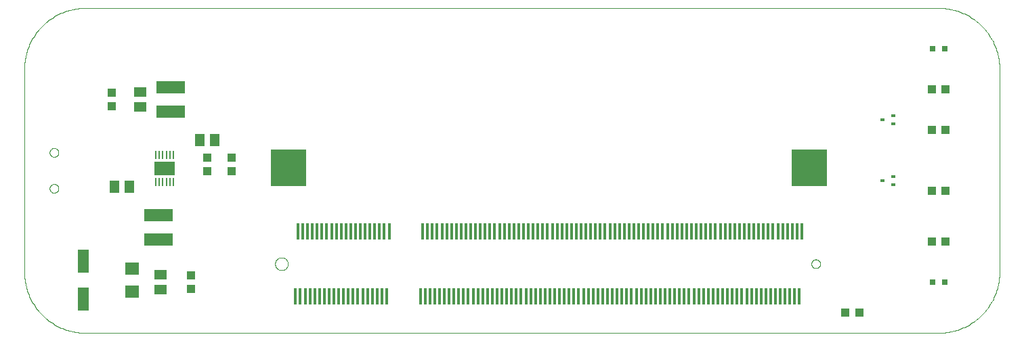
<source format=gtp>
G04 EAGLE Gerber RS-274X export*
G75*
%MOMM*%
%FSLAX34Y34*%
%LPD*%
%INTop solder paste for stencil*%
%IPPOS*%
%AMOC8*
5,1,8,0,0,1.08239X$1,22.5*%
G01*
%ADD10C,0.000000*%
%ADD11R,1.000000X1.100000*%
%ADD12R,1.300000X1.500000*%
%ADD13R,1.500000X1.300000*%
%ADD14R,1.800000X1.600000*%
%ADD15R,1.400000X3.000000*%
%ADD16R,3.600000X1.500000*%
%ADD17R,0.800000X0.800000*%
%ADD18R,0.350000X2.000000*%
%ADD19R,4.500000X4.600000*%
%ADD20R,0.510000X0.400000*%
%ADD21R,1.100000X1.000000*%
%ADD22R,2.500000X1.700000*%
%ADD23R,0.250000X1.000000*%


D10*
X76200Y0D02*
X1143000Y0D01*
X1219000Y76200D02*
X1219000Y330200D01*
X1143000Y406400D02*
X76200Y406400D01*
X0Y330200D02*
X0Y76200D01*
X22Y74359D01*
X89Y72519D01*
X200Y70680D01*
X356Y68846D01*
X556Y67015D01*
X800Y65190D01*
X1088Y63371D01*
X1420Y61560D01*
X1795Y59757D01*
X2214Y57964D01*
X2676Y56182D01*
X3182Y54411D01*
X3729Y52653D01*
X4320Y50909D01*
X4952Y49179D01*
X5625Y47465D01*
X6340Y45768D01*
X7096Y44089D01*
X7892Y42429D01*
X8728Y40788D01*
X9604Y39168D01*
X10518Y37570D01*
X11471Y35994D01*
X12461Y34441D01*
X13489Y32913D01*
X14553Y31411D01*
X15653Y29934D01*
X16789Y28485D01*
X17959Y27063D01*
X19163Y25670D01*
X20401Y24307D01*
X21671Y22973D01*
X22973Y21671D01*
X24307Y20401D01*
X25670Y19163D01*
X27063Y17959D01*
X28485Y16789D01*
X29934Y15653D01*
X31411Y14553D01*
X32913Y13489D01*
X34441Y12461D01*
X35994Y11471D01*
X37570Y10518D01*
X39168Y9604D01*
X40788Y8728D01*
X42429Y7892D01*
X44089Y7096D01*
X45768Y6340D01*
X47465Y5625D01*
X49179Y4952D01*
X50909Y4320D01*
X52653Y3729D01*
X54411Y3182D01*
X56182Y2676D01*
X57964Y2214D01*
X59757Y1795D01*
X61560Y1420D01*
X63371Y1088D01*
X65190Y800D01*
X67015Y556D01*
X68846Y356D01*
X70680Y200D01*
X72519Y89D01*
X74359Y22D01*
X76200Y0D01*
X0Y330200D02*
X22Y332041D01*
X89Y333881D01*
X200Y335720D01*
X356Y337554D01*
X556Y339385D01*
X800Y341210D01*
X1088Y343029D01*
X1420Y344840D01*
X1795Y346643D01*
X2214Y348436D01*
X2676Y350218D01*
X3182Y351989D01*
X3729Y353747D01*
X4320Y355491D01*
X4952Y357221D01*
X5625Y358935D01*
X6340Y360632D01*
X7096Y362311D01*
X7892Y363971D01*
X8728Y365612D01*
X9604Y367232D01*
X10518Y368830D01*
X11471Y370406D01*
X12461Y371959D01*
X13489Y373487D01*
X14553Y374989D01*
X15653Y376466D01*
X16789Y377915D01*
X17959Y379337D01*
X19163Y380730D01*
X20401Y382093D01*
X21671Y383427D01*
X22973Y384729D01*
X24307Y385999D01*
X25670Y387237D01*
X27063Y388441D01*
X28485Y389611D01*
X29934Y390747D01*
X31411Y391847D01*
X32913Y392911D01*
X34441Y393939D01*
X35994Y394929D01*
X37570Y395882D01*
X39168Y396796D01*
X40788Y397672D01*
X42429Y398508D01*
X44089Y399304D01*
X45768Y400060D01*
X47465Y400775D01*
X49179Y401448D01*
X50909Y402080D01*
X52653Y402671D01*
X54411Y403218D01*
X56182Y403724D01*
X57964Y404186D01*
X59757Y404605D01*
X61560Y404980D01*
X63371Y405312D01*
X65190Y405600D01*
X67015Y405844D01*
X68846Y406044D01*
X70680Y406200D01*
X72519Y406311D01*
X74359Y406378D01*
X76200Y406400D01*
X1143000Y406400D02*
X1144839Y406375D01*
X1146677Y406306D01*
X1148512Y406193D01*
X1150344Y406035D01*
X1152172Y405833D01*
X1153995Y405587D01*
X1155811Y405297D01*
X1157619Y404963D01*
X1159419Y404586D01*
X1161209Y404165D01*
X1162989Y403701D01*
X1164756Y403194D01*
X1166511Y402644D01*
X1168252Y402053D01*
X1169979Y401419D01*
X1171690Y400744D01*
X1173383Y400028D01*
X1175059Y399271D01*
X1176716Y398474D01*
X1178354Y397637D01*
X1179971Y396760D01*
X1181566Y395845D01*
X1183138Y394892D01*
X1184687Y393901D01*
X1186212Y392872D01*
X1187711Y391807D01*
X1189184Y390707D01*
X1190631Y389571D01*
X1192049Y388400D01*
X1193438Y387195D01*
X1194798Y385957D01*
X1196128Y384687D01*
X1197427Y383385D01*
X1198694Y382052D01*
X1199928Y380689D01*
X1201129Y379296D01*
X1202296Y377875D01*
X1203428Y376426D01*
X1204525Y374950D01*
X1205586Y373447D01*
X1206610Y371920D01*
X1207597Y370368D01*
X1208547Y368793D01*
X1209458Y367196D01*
X1210330Y365577D01*
X1211162Y363937D01*
X1211955Y362278D01*
X1212708Y360600D01*
X1213420Y358904D01*
X1214090Y357192D01*
X1214719Y355464D01*
X1215306Y353721D01*
X1215851Y351965D01*
X1216353Y350196D01*
X1216813Y348415D01*
X1217229Y346624D01*
X1217601Y344823D01*
X1217931Y343013D01*
X1218216Y341197D01*
X1218457Y339374D01*
X1218654Y337545D01*
X1218807Y335713D01*
X1218916Y333877D01*
X1218980Y332039D01*
X1219000Y330200D01*
X1219000Y76200D02*
X1218980Y74361D01*
X1218916Y72523D01*
X1218807Y70687D01*
X1218654Y68855D01*
X1218457Y67026D01*
X1218216Y65203D01*
X1217931Y63387D01*
X1217601Y61577D01*
X1217229Y59776D01*
X1216813Y57985D01*
X1216353Y56204D01*
X1215851Y54435D01*
X1215306Y52679D01*
X1214719Y50936D01*
X1214090Y49208D01*
X1213420Y47496D01*
X1212708Y45800D01*
X1211955Y44122D01*
X1211162Y42463D01*
X1210330Y40823D01*
X1209458Y39204D01*
X1208547Y37607D01*
X1207597Y36032D01*
X1206610Y34480D01*
X1205586Y32953D01*
X1204525Y31450D01*
X1203428Y29974D01*
X1202296Y28525D01*
X1201129Y27104D01*
X1199928Y25711D01*
X1198694Y24348D01*
X1197427Y23015D01*
X1196128Y21713D01*
X1194798Y20443D01*
X1193438Y19205D01*
X1192049Y18000D01*
X1190631Y16829D01*
X1189184Y15693D01*
X1187711Y14593D01*
X1186212Y13528D01*
X1184687Y12499D01*
X1183138Y11508D01*
X1181566Y10555D01*
X1179971Y9640D01*
X1178354Y8763D01*
X1176716Y7926D01*
X1175059Y7129D01*
X1173383Y6372D01*
X1171690Y5656D01*
X1169979Y4981D01*
X1168252Y4347D01*
X1166511Y3756D01*
X1164756Y3206D01*
X1162989Y2699D01*
X1161209Y2235D01*
X1159419Y1814D01*
X1157619Y1437D01*
X1155811Y1103D01*
X1153995Y813D01*
X1152172Y567D01*
X1150344Y365D01*
X1148512Y207D01*
X1146677Y94D01*
X1144839Y25D01*
X1143000Y0D01*
D11*
X259080Y202320D03*
X259080Y219320D03*
D12*
X219100Y241300D03*
X238100Y241300D03*
X131420Y182880D03*
X112420Y182880D03*
D13*
X170180Y54000D03*
X170180Y73000D03*
X144780Y282600D03*
X144780Y301600D03*
D14*
X134620Y52040D03*
X134620Y80040D03*
D15*
X73660Y42040D03*
X73660Y90040D03*
D10*
X31600Y225700D02*
X31602Y225848D01*
X31608Y225996D01*
X31618Y226144D01*
X31632Y226292D01*
X31650Y226439D01*
X31672Y226586D01*
X31698Y226732D01*
X31727Y226877D01*
X31761Y227022D01*
X31799Y227165D01*
X31840Y227308D01*
X31885Y227449D01*
X31935Y227589D01*
X31987Y227727D01*
X32044Y227865D01*
X32104Y228000D01*
X32168Y228134D01*
X32235Y228266D01*
X32306Y228396D01*
X32381Y228525D01*
X32459Y228651D01*
X32540Y228775D01*
X32624Y228897D01*
X32712Y229016D01*
X32803Y229133D01*
X32897Y229248D01*
X32995Y229360D01*
X33095Y229469D01*
X33198Y229576D01*
X33304Y229680D01*
X33412Y229781D01*
X33524Y229879D01*
X33638Y229974D01*
X33754Y230065D01*
X33873Y230154D01*
X33994Y230239D01*
X34118Y230321D01*
X34244Y230400D01*
X34371Y230475D01*
X34501Y230547D01*
X34633Y230616D01*
X34766Y230680D01*
X34901Y230741D01*
X35038Y230799D01*
X35176Y230853D01*
X35316Y230903D01*
X35457Y230949D01*
X35599Y230991D01*
X35742Y231030D01*
X35886Y231064D01*
X36032Y231095D01*
X36177Y231122D01*
X36324Y231145D01*
X36471Y231164D01*
X36619Y231179D01*
X36766Y231190D01*
X36915Y231197D01*
X37063Y231200D01*
X37211Y231199D01*
X37359Y231194D01*
X37507Y231185D01*
X37655Y231172D01*
X37803Y231155D01*
X37949Y231134D01*
X38096Y231109D01*
X38241Y231080D01*
X38386Y231048D01*
X38529Y231011D01*
X38672Y230971D01*
X38814Y230926D01*
X38954Y230878D01*
X39093Y230826D01*
X39230Y230771D01*
X39366Y230711D01*
X39501Y230648D01*
X39633Y230582D01*
X39764Y230512D01*
X39893Y230438D01*
X40019Y230361D01*
X40144Y230281D01*
X40266Y230197D01*
X40387Y230110D01*
X40504Y230020D01*
X40620Y229926D01*
X40732Y229830D01*
X40842Y229731D01*
X40950Y229628D01*
X41054Y229523D01*
X41156Y229415D01*
X41254Y229304D01*
X41350Y229191D01*
X41443Y229075D01*
X41532Y228957D01*
X41618Y228836D01*
X41701Y228713D01*
X41781Y228588D01*
X41857Y228461D01*
X41930Y228331D01*
X41999Y228200D01*
X42064Y228067D01*
X42127Y227933D01*
X42185Y227796D01*
X42240Y227658D01*
X42290Y227519D01*
X42338Y227378D01*
X42381Y227237D01*
X42421Y227094D01*
X42456Y226950D01*
X42488Y226805D01*
X42516Y226659D01*
X42540Y226513D01*
X42560Y226366D01*
X42576Y226218D01*
X42588Y226071D01*
X42596Y225922D01*
X42600Y225774D01*
X42600Y225626D01*
X42596Y225478D01*
X42588Y225329D01*
X42576Y225182D01*
X42560Y225034D01*
X42540Y224887D01*
X42516Y224741D01*
X42488Y224595D01*
X42456Y224450D01*
X42421Y224306D01*
X42381Y224163D01*
X42338Y224022D01*
X42290Y223881D01*
X42240Y223742D01*
X42185Y223604D01*
X42127Y223467D01*
X42064Y223333D01*
X41999Y223200D01*
X41930Y223069D01*
X41857Y222939D01*
X41781Y222812D01*
X41701Y222687D01*
X41618Y222564D01*
X41532Y222443D01*
X41443Y222325D01*
X41350Y222209D01*
X41254Y222096D01*
X41156Y221985D01*
X41054Y221877D01*
X40950Y221772D01*
X40842Y221669D01*
X40732Y221570D01*
X40620Y221474D01*
X40504Y221380D01*
X40387Y221290D01*
X40266Y221203D01*
X40144Y221119D01*
X40019Y221039D01*
X39893Y220962D01*
X39764Y220888D01*
X39633Y220818D01*
X39501Y220752D01*
X39366Y220689D01*
X39230Y220629D01*
X39093Y220574D01*
X38954Y220522D01*
X38814Y220474D01*
X38672Y220429D01*
X38529Y220389D01*
X38386Y220352D01*
X38241Y220320D01*
X38096Y220291D01*
X37949Y220266D01*
X37803Y220245D01*
X37655Y220228D01*
X37507Y220215D01*
X37359Y220206D01*
X37211Y220201D01*
X37063Y220200D01*
X36915Y220203D01*
X36766Y220210D01*
X36619Y220221D01*
X36471Y220236D01*
X36324Y220255D01*
X36177Y220278D01*
X36032Y220305D01*
X35886Y220336D01*
X35742Y220370D01*
X35599Y220409D01*
X35457Y220451D01*
X35316Y220497D01*
X35176Y220547D01*
X35038Y220601D01*
X34901Y220659D01*
X34766Y220720D01*
X34633Y220784D01*
X34501Y220853D01*
X34371Y220925D01*
X34244Y221000D01*
X34118Y221079D01*
X33994Y221161D01*
X33873Y221246D01*
X33754Y221335D01*
X33638Y221426D01*
X33524Y221521D01*
X33412Y221619D01*
X33304Y221720D01*
X33198Y221824D01*
X33095Y221931D01*
X32995Y222040D01*
X32897Y222152D01*
X32803Y222267D01*
X32712Y222384D01*
X32624Y222503D01*
X32540Y222625D01*
X32459Y222749D01*
X32381Y222875D01*
X32306Y223004D01*
X32235Y223134D01*
X32168Y223266D01*
X32104Y223400D01*
X32044Y223535D01*
X31987Y223673D01*
X31935Y223811D01*
X31885Y223951D01*
X31840Y224092D01*
X31799Y224235D01*
X31761Y224378D01*
X31727Y224523D01*
X31698Y224668D01*
X31672Y224814D01*
X31650Y224961D01*
X31632Y225108D01*
X31618Y225256D01*
X31608Y225404D01*
X31602Y225552D01*
X31600Y225700D01*
X31600Y180700D02*
X31602Y180848D01*
X31608Y180996D01*
X31618Y181144D01*
X31632Y181292D01*
X31650Y181439D01*
X31672Y181586D01*
X31698Y181732D01*
X31727Y181877D01*
X31761Y182022D01*
X31799Y182165D01*
X31840Y182308D01*
X31885Y182449D01*
X31935Y182589D01*
X31987Y182727D01*
X32044Y182865D01*
X32104Y183000D01*
X32168Y183134D01*
X32235Y183266D01*
X32306Y183396D01*
X32381Y183525D01*
X32459Y183651D01*
X32540Y183775D01*
X32624Y183897D01*
X32712Y184016D01*
X32803Y184133D01*
X32897Y184248D01*
X32995Y184360D01*
X33095Y184469D01*
X33198Y184576D01*
X33304Y184680D01*
X33412Y184781D01*
X33524Y184879D01*
X33638Y184974D01*
X33754Y185065D01*
X33873Y185154D01*
X33994Y185239D01*
X34118Y185321D01*
X34244Y185400D01*
X34371Y185475D01*
X34501Y185547D01*
X34633Y185616D01*
X34766Y185680D01*
X34901Y185741D01*
X35038Y185799D01*
X35176Y185853D01*
X35316Y185903D01*
X35457Y185949D01*
X35599Y185991D01*
X35742Y186030D01*
X35886Y186064D01*
X36032Y186095D01*
X36177Y186122D01*
X36324Y186145D01*
X36471Y186164D01*
X36619Y186179D01*
X36766Y186190D01*
X36915Y186197D01*
X37063Y186200D01*
X37211Y186199D01*
X37359Y186194D01*
X37507Y186185D01*
X37655Y186172D01*
X37803Y186155D01*
X37949Y186134D01*
X38096Y186109D01*
X38241Y186080D01*
X38386Y186048D01*
X38529Y186011D01*
X38672Y185971D01*
X38814Y185926D01*
X38954Y185878D01*
X39093Y185826D01*
X39230Y185771D01*
X39366Y185711D01*
X39501Y185648D01*
X39633Y185582D01*
X39764Y185512D01*
X39893Y185438D01*
X40019Y185361D01*
X40144Y185281D01*
X40266Y185197D01*
X40387Y185110D01*
X40504Y185020D01*
X40620Y184926D01*
X40732Y184830D01*
X40842Y184731D01*
X40950Y184628D01*
X41054Y184523D01*
X41156Y184415D01*
X41254Y184304D01*
X41350Y184191D01*
X41443Y184075D01*
X41532Y183957D01*
X41618Y183836D01*
X41701Y183713D01*
X41781Y183588D01*
X41857Y183461D01*
X41930Y183331D01*
X41999Y183200D01*
X42064Y183067D01*
X42127Y182933D01*
X42185Y182796D01*
X42240Y182658D01*
X42290Y182519D01*
X42338Y182378D01*
X42381Y182237D01*
X42421Y182094D01*
X42456Y181950D01*
X42488Y181805D01*
X42516Y181659D01*
X42540Y181513D01*
X42560Y181366D01*
X42576Y181218D01*
X42588Y181071D01*
X42596Y180922D01*
X42600Y180774D01*
X42600Y180626D01*
X42596Y180478D01*
X42588Y180329D01*
X42576Y180182D01*
X42560Y180034D01*
X42540Y179887D01*
X42516Y179741D01*
X42488Y179595D01*
X42456Y179450D01*
X42421Y179306D01*
X42381Y179163D01*
X42338Y179022D01*
X42290Y178881D01*
X42240Y178742D01*
X42185Y178604D01*
X42127Y178467D01*
X42064Y178333D01*
X41999Y178200D01*
X41930Y178069D01*
X41857Y177939D01*
X41781Y177812D01*
X41701Y177687D01*
X41618Y177564D01*
X41532Y177443D01*
X41443Y177325D01*
X41350Y177209D01*
X41254Y177096D01*
X41156Y176985D01*
X41054Y176877D01*
X40950Y176772D01*
X40842Y176669D01*
X40732Y176570D01*
X40620Y176474D01*
X40504Y176380D01*
X40387Y176290D01*
X40266Y176203D01*
X40144Y176119D01*
X40019Y176039D01*
X39893Y175962D01*
X39764Y175888D01*
X39633Y175818D01*
X39501Y175752D01*
X39366Y175689D01*
X39230Y175629D01*
X39093Y175574D01*
X38954Y175522D01*
X38814Y175474D01*
X38672Y175429D01*
X38529Y175389D01*
X38386Y175352D01*
X38241Y175320D01*
X38096Y175291D01*
X37949Y175266D01*
X37803Y175245D01*
X37655Y175228D01*
X37507Y175215D01*
X37359Y175206D01*
X37211Y175201D01*
X37063Y175200D01*
X36915Y175203D01*
X36766Y175210D01*
X36619Y175221D01*
X36471Y175236D01*
X36324Y175255D01*
X36177Y175278D01*
X36032Y175305D01*
X35886Y175336D01*
X35742Y175370D01*
X35599Y175409D01*
X35457Y175451D01*
X35316Y175497D01*
X35176Y175547D01*
X35038Y175601D01*
X34901Y175659D01*
X34766Y175720D01*
X34633Y175784D01*
X34501Y175853D01*
X34371Y175925D01*
X34244Y176000D01*
X34118Y176079D01*
X33994Y176161D01*
X33873Y176246D01*
X33754Y176335D01*
X33638Y176426D01*
X33524Y176521D01*
X33412Y176619D01*
X33304Y176720D01*
X33198Y176824D01*
X33095Y176931D01*
X32995Y177040D01*
X32897Y177152D01*
X32803Y177267D01*
X32712Y177384D01*
X32624Y177503D01*
X32540Y177625D01*
X32459Y177749D01*
X32381Y177875D01*
X32306Y178004D01*
X32235Y178134D01*
X32168Y178266D01*
X32104Y178400D01*
X32044Y178535D01*
X31987Y178673D01*
X31935Y178811D01*
X31885Y178951D01*
X31840Y179092D01*
X31799Y179235D01*
X31761Y179378D01*
X31727Y179523D01*
X31698Y179668D01*
X31672Y179814D01*
X31650Y179961D01*
X31632Y180108D01*
X31618Y180256D01*
X31608Y180404D01*
X31602Y180552D01*
X31600Y180700D01*
D16*
X182880Y276850D03*
X182880Y307350D03*
X167640Y147330D03*
X167640Y116830D03*
D17*
X1150500Y355600D03*
X1135500Y355600D03*
X1150500Y63500D03*
X1135500Y63500D03*
D18*
X338980Y45360D03*
X341980Y127360D03*
X344980Y45360D03*
X347980Y127360D03*
X350980Y45360D03*
X353980Y127360D03*
X356980Y45360D03*
X359980Y127360D03*
X362980Y45360D03*
X365980Y127360D03*
X368980Y45360D03*
X371980Y127360D03*
X374980Y45360D03*
X377980Y127360D03*
X380980Y45360D03*
X383980Y127360D03*
X386980Y45360D03*
X389980Y127360D03*
X392980Y45360D03*
X395980Y127360D03*
X398980Y45360D03*
X401980Y127360D03*
X404980Y45360D03*
X407980Y127360D03*
X410980Y45360D03*
X413980Y127360D03*
X416980Y45360D03*
X419980Y127360D03*
X422980Y45360D03*
X425980Y127360D03*
X428980Y45360D03*
X431980Y127360D03*
X434980Y45360D03*
X437980Y127360D03*
X440980Y45360D03*
X443980Y127360D03*
X446980Y45360D03*
X449980Y127360D03*
X452980Y45360D03*
X455980Y127360D03*
X494980Y45360D03*
X497980Y127360D03*
X500980Y45360D03*
X503980Y127360D03*
X506980Y45360D03*
X509980Y127360D03*
X512980Y45360D03*
X515980Y127360D03*
X518980Y45360D03*
X521980Y127360D03*
X524980Y45360D03*
X527980Y127360D03*
X530980Y45360D03*
X533980Y127360D03*
X536980Y45360D03*
X539980Y127360D03*
X542980Y45360D03*
X545980Y127360D03*
X548980Y45360D03*
X551980Y127360D03*
X554980Y45360D03*
X557980Y127360D03*
X560980Y45360D03*
X563980Y127360D03*
X566980Y45360D03*
X569980Y127360D03*
X572980Y45360D03*
X575980Y127360D03*
X578980Y45360D03*
X581980Y127360D03*
X584980Y45360D03*
X587980Y127360D03*
X590980Y45360D03*
X593980Y127360D03*
X596980Y45360D03*
X599980Y127360D03*
X602980Y45360D03*
X605980Y127360D03*
X608980Y45360D03*
X611980Y127360D03*
X614980Y45360D03*
X617980Y127360D03*
X620980Y45360D03*
X623980Y127360D03*
X626980Y45360D03*
X629980Y127360D03*
X632980Y45360D03*
X635980Y127360D03*
X638980Y45360D03*
X641980Y127360D03*
X644980Y45360D03*
X647980Y127360D03*
X650980Y45360D03*
X653980Y127360D03*
X656980Y45360D03*
X659980Y127360D03*
X662980Y45360D03*
X665980Y127360D03*
X668980Y45360D03*
X671980Y127360D03*
X674980Y45360D03*
X677980Y127360D03*
X680980Y45360D03*
X683980Y127360D03*
X686980Y45360D03*
X689980Y127360D03*
X692980Y45360D03*
X695980Y127360D03*
X698980Y45360D03*
X701980Y127360D03*
X704980Y45360D03*
X707980Y127360D03*
X710980Y45360D03*
X713980Y127360D03*
X716980Y45360D03*
X719980Y127360D03*
X722980Y45360D03*
X725980Y127360D03*
X728980Y45360D03*
X731980Y127360D03*
X734980Y45360D03*
X737980Y127360D03*
X740980Y45360D03*
X743980Y127360D03*
X746980Y45360D03*
X749980Y127360D03*
X752980Y45360D03*
X755980Y127360D03*
X758980Y45360D03*
X761980Y127360D03*
X764980Y45360D03*
X767980Y127360D03*
X770980Y45360D03*
X773980Y127360D03*
X776980Y45360D03*
X779980Y127360D03*
X782980Y45360D03*
X785980Y127360D03*
X788980Y45360D03*
X791980Y127360D03*
X794980Y45360D03*
X797980Y127360D03*
X800980Y45360D03*
X803980Y127360D03*
X806980Y45360D03*
X809980Y127360D03*
X812980Y45360D03*
X815980Y127360D03*
X818980Y45360D03*
X821980Y127360D03*
X824980Y45360D03*
X827980Y127360D03*
X830980Y45360D03*
X833980Y127360D03*
X836980Y45360D03*
X839980Y127360D03*
X842980Y45360D03*
X845980Y127360D03*
X848980Y45360D03*
X851980Y127360D03*
X854980Y45360D03*
X857980Y127360D03*
X860980Y45360D03*
X863980Y127360D03*
X866980Y45360D03*
X869980Y127360D03*
X872980Y45360D03*
X875980Y127360D03*
X878980Y45360D03*
X881980Y127360D03*
X884980Y45360D03*
X887980Y127360D03*
X890980Y45360D03*
X893980Y127360D03*
X896980Y45360D03*
X899980Y127360D03*
X902980Y45360D03*
X905980Y127360D03*
X908980Y45360D03*
X911980Y127360D03*
X914980Y45360D03*
X917980Y127360D03*
X920980Y45360D03*
X923980Y127360D03*
X926980Y45360D03*
X929980Y127360D03*
X932980Y45360D03*
X935980Y127360D03*
X938980Y45360D03*
X941980Y127360D03*
X944980Y45360D03*
X947980Y127360D03*
X950980Y45360D03*
X953980Y127360D03*
X956980Y45360D03*
X959980Y127360D03*
X962980Y45360D03*
X965980Y127360D03*
X968980Y45360D03*
X971980Y127360D03*
D19*
X329980Y206360D03*
X980980Y206360D03*
D10*
X313480Y86360D02*
X313482Y86556D01*
X313490Y86753D01*
X313502Y86949D01*
X313519Y87144D01*
X313540Y87339D01*
X313567Y87534D01*
X313598Y87728D01*
X313634Y87921D01*
X313674Y88113D01*
X313720Y88304D01*
X313770Y88494D01*
X313824Y88682D01*
X313884Y88869D01*
X313948Y89055D01*
X314016Y89239D01*
X314089Y89421D01*
X314166Y89602D01*
X314248Y89780D01*
X314334Y89957D01*
X314425Y90131D01*
X314519Y90303D01*
X314618Y90473D01*
X314721Y90640D01*
X314828Y90805D01*
X314939Y90966D01*
X315054Y91126D01*
X315173Y91282D01*
X315296Y91435D01*
X315422Y91585D01*
X315552Y91732D01*
X315686Y91876D01*
X315823Y92017D01*
X315964Y92154D01*
X316108Y92288D01*
X316255Y92418D01*
X316405Y92544D01*
X316558Y92667D01*
X316714Y92786D01*
X316874Y92901D01*
X317035Y93012D01*
X317200Y93119D01*
X317367Y93222D01*
X317537Y93321D01*
X317709Y93415D01*
X317883Y93506D01*
X318060Y93592D01*
X318238Y93674D01*
X318419Y93751D01*
X318601Y93824D01*
X318785Y93892D01*
X318971Y93956D01*
X319158Y94016D01*
X319346Y94070D01*
X319536Y94120D01*
X319727Y94166D01*
X319919Y94206D01*
X320112Y94242D01*
X320306Y94273D01*
X320501Y94300D01*
X320696Y94321D01*
X320891Y94338D01*
X321087Y94350D01*
X321284Y94358D01*
X321480Y94360D01*
X321676Y94358D01*
X321873Y94350D01*
X322069Y94338D01*
X322264Y94321D01*
X322459Y94300D01*
X322654Y94273D01*
X322848Y94242D01*
X323041Y94206D01*
X323233Y94166D01*
X323424Y94120D01*
X323614Y94070D01*
X323802Y94016D01*
X323989Y93956D01*
X324175Y93892D01*
X324359Y93824D01*
X324541Y93751D01*
X324722Y93674D01*
X324900Y93592D01*
X325077Y93506D01*
X325251Y93415D01*
X325423Y93321D01*
X325593Y93222D01*
X325760Y93119D01*
X325925Y93012D01*
X326086Y92901D01*
X326246Y92786D01*
X326402Y92667D01*
X326555Y92544D01*
X326705Y92418D01*
X326852Y92288D01*
X326996Y92154D01*
X327137Y92017D01*
X327274Y91876D01*
X327408Y91732D01*
X327538Y91585D01*
X327664Y91435D01*
X327787Y91282D01*
X327906Y91126D01*
X328021Y90966D01*
X328132Y90805D01*
X328239Y90640D01*
X328342Y90473D01*
X328441Y90303D01*
X328535Y90131D01*
X328626Y89957D01*
X328712Y89780D01*
X328794Y89602D01*
X328871Y89421D01*
X328944Y89239D01*
X329012Y89055D01*
X329076Y88869D01*
X329136Y88682D01*
X329190Y88494D01*
X329240Y88304D01*
X329286Y88113D01*
X329326Y87921D01*
X329362Y87728D01*
X329393Y87534D01*
X329420Y87339D01*
X329441Y87144D01*
X329458Y86949D01*
X329470Y86753D01*
X329478Y86556D01*
X329480Y86360D01*
X329478Y86164D01*
X329470Y85967D01*
X329458Y85771D01*
X329441Y85576D01*
X329420Y85381D01*
X329393Y85186D01*
X329362Y84992D01*
X329326Y84799D01*
X329286Y84607D01*
X329240Y84416D01*
X329190Y84226D01*
X329136Y84038D01*
X329076Y83851D01*
X329012Y83665D01*
X328944Y83481D01*
X328871Y83299D01*
X328794Y83118D01*
X328712Y82940D01*
X328626Y82763D01*
X328535Y82589D01*
X328441Y82417D01*
X328342Y82247D01*
X328239Y82080D01*
X328132Y81915D01*
X328021Y81754D01*
X327906Y81594D01*
X327787Y81438D01*
X327664Y81285D01*
X327538Y81135D01*
X327408Y80988D01*
X327274Y80844D01*
X327137Y80703D01*
X326996Y80566D01*
X326852Y80432D01*
X326705Y80302D01*
X326555Y80176D01*
X326402Y80053D01*
X326246Y79934D01*
X326086Y79819D01*
X325925Y79708D01*
X325760Y79601D01*
X325593Y79498D01*
X325423Y79399D01*
X325251Y79305D01*
X325077Y79214D01*
X324900Y79128D01*
X324722Y79046D01*
X324541Y78969D01*
X324359Y78896D01*
X324175Y78828D01*
X323989Y78764D01*
X323802Y78704D01*
X323614Y78650D01*
X323424Y78600D01*
X323233Y78554D01*
X323041Y78514D01*
X322848Y78478D01*
X322654Y78447D01*
X322459Y78420D01*
X322264Y78399D01*
X322069Y78382D01*
X321873Y78370D01*
X321676Y78362D01*
X321480Y78360D01*
X321284Y78362D01*
X321087Y78370D01*
X320891Y78382D01*
X320696Y78399D01*
X320501Y78420D01*
X320306Y78447D01*
X320112Y78478D01*
X319919Y78514D01*
X319727Y78554D01*
X319536Y78600D01*
X319346Y78650D01*
X319158Y78704D01*
X318971Y78764D01*
X318785Y78828D01*
X318601Y78896D01*
X318419Y78969D01*
X318238Y79046D01*
X318060Y79128D01*
X317883Y79214D01*
X317709Y79305D01*
X317537Y79399D01*
X317367Y79498D01*
X317200Y79601D01*
X317035Y79708D01*
X316874Y79819D01*
X316714Y79934D01*
X316558Y80053D01*
X316405Y80176D01*
X316255Y80302D01*
X316108Y80432D01*
X315964Y80566D01*
X315823Y80703D01*
X315686Y80844D01*
X315552Y80988D01*
X315422Y81135D01*
X315296Y81285D01*
X315173Y81438D01*
X315054Y81594D01*
X314939Y81754D01*
X314828Y81915D01*
X314721Y82080D01*
X314618Y82247D01*
X314519Y82417D01*
X314425Y82589D01*
X314334Y82763D01*
X314248Y82940D01*
X314166Y83118D01*
X314089Y83299D01*
X314016Y83481D01*
X313948Y83665D01*
X313884Y83851D01*
X313824Y84038D01*
X313770Y84226D01*
X313720Y84416D01*
X313674Y84607D01*
X313634Y84799D01*
X313598Y84992D01*
X313567Y85186D01*
X313540Y85381D01*
X313519Y85576D01*
X313502Y85771D01*
X313490Y85967D01*
X313482Y86164D01*
X313480Y86360D01*
X983980Y86360D02*
X983982Y86508D01*
X983988Y86656D01*
X983998Y86804D01*
X984012Y86952D01*
X984030Y87099D01*
X984052Y87246D01*
X984078Y87392D01*
X984107Y87537D01*
X984141Y87682D01*
X984179Y87825D01*
X984220Y87968D01*
X984265Y88109D01*
X984315Y88249D01*
X984367Y88387D01*
X984424Y88525D01*
X984484Y88660D01*
X984548Y88794D01*
X984615Y88926D01*
X984686Y89056D01*
X984761Y89185D01*
X984839Y89311D01*
X984920Y89435D01*
X985004Y89557D01*
X985092Y89676D01*
X985183Y89793D01*
X985277Y89908D01*
X985375Y90020D01*
X985475Y90129D01*
X985578Y90236D01*
X985684Y90340D01*
X985792Y90441D01*
X985904Y90539D01*
X986018Y90634D01*
X986134Y90725D01*
X986253Y90814D01*
X986374Y90899D01*
X986498Y90981D01*
X986624Y91060D01*
X986751Y91135D01*
X986881Y91207D01*
X987013Y91276D01*
X987146Y91340D01*
X987281Y91401D01*
X987418Y91459D01*
X987556Y91513D01*
X987696Y91563D01*
X987837Y91609D01*
X987979Y91651D01*
X988122Y91690D01*
X988266Y91724D01*
X988412Y91755D01*
X988557Y91782D01*
X988704Y91805D01*
X988851Y91824D01*
X988999Y91839D01*
X989146Y91850D01*
X989295Y91857D01*
X989443Y91860D01*
X989591Y91859D01*
X989739Y91854D01*
X989887Y91845D01*
X990035Y91832D01*
X990183Y91815D01*
X990329Y91794D01*
X990476Y91769D01*
X990621Y91740D01*
X990766Y91708D01*
X990909Y91671D01*
X991052Y91631D01*
X991194Y91586D01*
X991334Y91538D01*
X991473Y91486D01*
X991610Y91431D01*
X991746Y91371D01*
X991881Y91308D01*
X992013Y91242D01*
X992144Y91172D01*
X992273Y91098D01*
X992399Y91021D01*
X992524Y90941D01*
X992646Y90857D01*
X992767Y90770D01*
X992884Y90680D01*
X993000Y90586D01*
X993112Y90490D01*
X993222Y90391D01*
X993330Y90288D01*
X993434Y90183D01*
X993536Y90075D01*
X993634Y89964D01*
X993730Y89851D01*
X993823Y89735D01*
X993912Y89617D01*
X993998Y89496D01*
X994081Y89373D01*
X994161Y89248D01*
X994237Y89121D01*
X994310Y88991D01*
X994379Y88860D01*
X994444Y88727D01*
X994507Y88593D01*
X994565Y88456D01*
X994620Y88318D01*
X994670Y88179D01*
X994718Y88038D01*
X994761Y87897D01*
X994801Y87754D01*
X994836Y87610D01*
X994868Y87465D01*
X994896Y87319D01*
X994920Y87173D01*
X994940Y87026D01*
X994956Y86878D01*
X994968Y86731D01*
X994976Y86582D01*
X994980Y86434D01*
X994980Y86286D01*
X994976Y86138D01*
X994968Y85989D01*
X994956Y85842D01*
X994940Y85694D01*
X994920Y85547D01*
X994896Y85401D01*
X994868Y85255D01*
X994836Y85110D01*
X994801Y84966D01*
X994761Y84823D01*
X994718Y84682D01*
X994670Y84541D01*
X994620Y84402D01*
X994565Y84264D01*
X994507Y84127D01*
X994444Y83993D01*
X994379Y83860D01*
X994310Y83729D01*
X994237Y83599D01*
X994161Y83472D01*
X994081Y83347D01*
X993998Y83224D01*
X993912Y83103D01*
X993823Y82985D01*
X993730Y82869D01*
X993634Y82756D01*
X993536Y82645D01*
X993434Y82537D01*
X993330Y82432D01*
X993222Y82329D01*
X993112Y82230D01*
X993000Y82134D01*
X992884Y82040D01*
X992767Y81950D01*
X992646Y81863D01*
X992524Y81779D01*
X992399Y81699D01*
X992273Y81622D01*
X992144Y81548D01*
X992013Y81478D01*
X991881Y81412D01*
X991746Y81349D01*
X991610Y81289D01*
X991473Y81234D01*
X991334Y81182D01*
X991194Y81134D01*
X991052Y81089D01*
X990909Y81049D01*
X990766Y81012D01*
X990621Y80980D01*
X990476Y80951D01*
X990329Y80926D01*
X990183Y80905D01*
X990035Y80888D01*
X989887Y80875D01*
X989739Y80866D01*
X989591Y80861D01*
X989443Y80860D01*
X989295Y80863D01*
X989146Y80870D01*
X988999Y80881D01*
X988851Y80896D01*
X988704Y80915D01*
X988557Y80938D01*
X988412Y80965D01*
X988266Y80996D01*
X988122Y81030D01*
X987979Y81069D01*
X987837Y81111D01*
X987696Y81157D01*
X987556Y81207D01*
X987418Y81261D01*
X987281Y81319D01*
X987146Y81380D01*
X987013Y81444D01*
X986881Y81513D01*
X986751Y81585D01*
X986624Y81660D01*
X986498Y81739D01*
X986374Y81821D01*
X986253Y81906D01*
X986134Y81995D01*
X986018Y82086D01*
X985904Y82181D01*
X985792Y82279D01*
X985684Y82380D01*
X985578Y82484D01*
X985475Y82591D01*
X985375Y82700D01*
X985277Y82812D01*
X985183Y82927D01*
X985092Y83044D01*
X985004Y83163D01*
X984920Y83285D01*
X984839Y83409D01*
X984761Y83535D01*
X984686Y83664D01*
X984615Y83794D01*
X984548Y83926D01*
X984484Y84060D01*
X984424Y84195D01*
X984367Y84333D01*
X984315Y84471D01*
X984265Y84611D01*
X984220Y84752D01*
X984179Y84895D01*
X984141Y85038D01*
X984107Y85183D01*
X984078Y85328D01*
X984052Y85474D01*
X984030Y85621D01*
X984012Y85768D01*
X983998Y85916D01*
X983988Y86064D01*
X983982Y86212D01*
X983980Y86360D01*
D20*
X1086000Y185500D03*
X1086000Y195500D03*
X1073000Y190500D03*
X1086000Y261700D03*
X1086000Y271700D03*
X1073000Y266700D03*
D21*
X228600Y202320D03*
X228600Y219320D03*
X109220Y283600D03*
X109220Y300600D03*
X208280Y55000D03*
X208280Y72000D03*
D11*
X1151500Y304800D03*
X1134500Y304800D03*
X1151500Y177800D03*
X1134500Y177800D03*
X1134500Y254000D03*
X1151500Y254000D03*
X1151500Y114300D03*
X1134500Y114300D03*
D22*
X175260Y205740D03*
D23*
X186510Y222740D03*
X182010Y222740D03*
X177510Y222740D03*
X173010Y222740D03*
X168510Y222740D03*
X164010Y222740D03*
X164010Y188740D03*
X168510Y188740D03*
X173010Y188740D03*
X177510Y188740D03*
X182010Y188740D03*
X186510Y188740D03*
D21*
X1043550Y25400D03*
X1026550Y25400D03*
M02*

</source>
